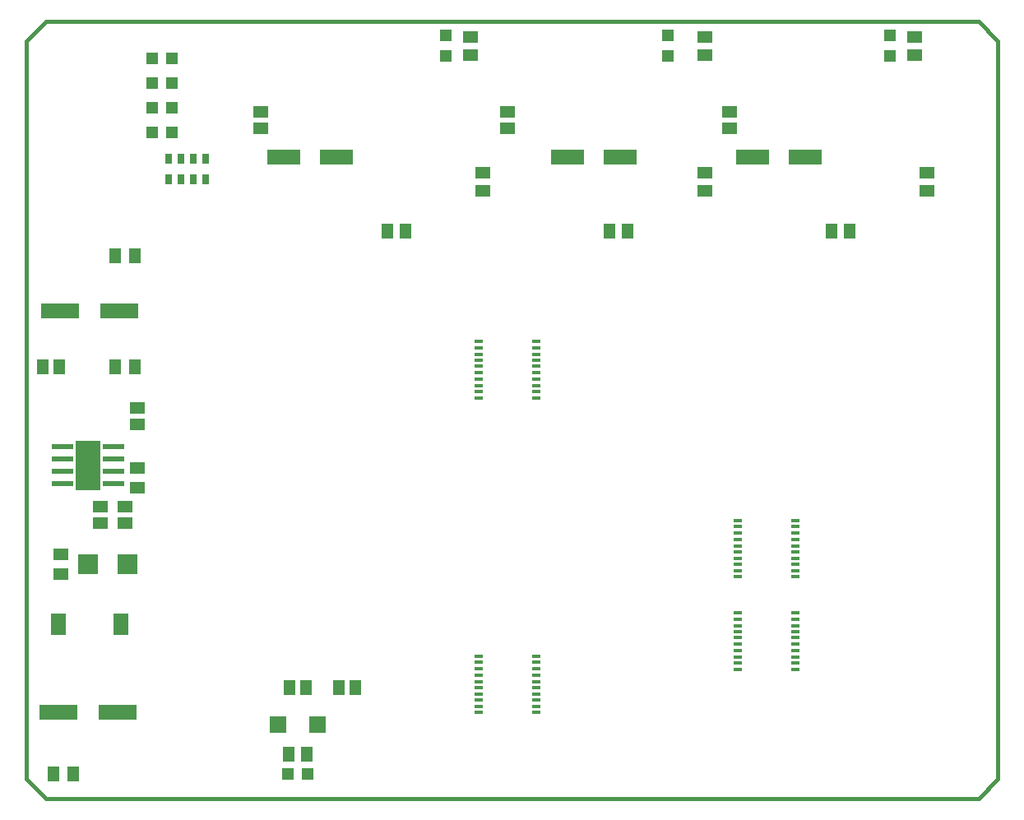
<source format=gtp>
G75*
%MOIN*%
%OFA0B0*%
%FSLAX24Y24*%
%IPPOS*%
%LPD*%
%AMOC8*
5,1,8,0,0,1.08239X$1,22.5*
%
%ADD10C,0.0160*%
%ADD11R,0.0472X0.0472*%
%ADD12R,0.0512X0.0591*%
%ADD13R,0.0591X0.0512*%
%ADD14R,0.1378X0.0630*%
%ADD15R,0.0295X0.0433*%
%ADD16R,0.0866X0.0236*%
%ADD17R,0.1000X0.2000*%
%ADD18R,0.0630X0.0512*%
%ADD19R,0.0512X0.0630*%
%ADD20R,0.1575X0.0630*%
%ADD21R,0.0630X0.0866*%
%ADD22R,0.0354X0.0138*%
%ADD23R,0.0787X0.0787*%
%ADD24R,0.0709X0.0669*%
D10*
X002180Y002467D02*
X002967Y001680D01*
X040763Y001680D01*
X041550Y002467D01*
X041550Y032389D01*
X040763Y033176D01*
X002967Y033176D01*
X002180Y032389D01*
X002180Y002467D01*
D11*
X012767Y002680D03*
X013593Y002680D03*
X008093Y028680D03*
X007267Y028680D03*
X007267Y029680D03*
X008093Y029680D03*
X008093Y030680D03*
X007267Y030680D03*
X007267Y031680D03*
X008093Y031680D03*
X019180Y031767D03*
X019180Y032593D03*
X028180Y032593D03*
X028180Y031767D03*
X037180Y031767D03*
X037180Y032593D03*
D12*
X035554Y024680D03*
X034806Y024680D03*
X026554Y024680D03*
X025806Y024680D03*
X017554Y024680D03*
X016806Y024680D03*
X003515Y019180D03*
X002845Y019180D03*
X012845Y006180D03*
X013515Y006180D03*
X014845Y006180D03*
X015515Y006180D03*
X013554Y003480D03*
X012806Y003480D03*
D13*
X006180Y012845D03*
X006180Y013515D03*
X005180Y013515D03*
X005180Y012845D03*
X006680Y016845D03*
X006680Y017515D03*
X011680Y028845D03*
X011680Y029515D03*
X020180Y031806D03*
X020180Y032554D03*
X021680Y029515D03*
X021680Y028845D03*
X020680Y027054D03*
X020680Y026306D03*
X029680Y026306D03*
X029680Y027054D03*
X030680Y028845D03*
X030680Y029515D03*
X029680Y031806D03*
X029680Y032554D03*
X038180Y032554D03*
X038180Y031806D03*
X038680Y027054D03*
X038680Y026306D03*
D14*
X033743Y027680D03*
X031617Y027680D03*
X026243Y027680D03*
X024117Y027680D03*
X014743Y027680D03*
X012617Y027680D03*
D15*
X009430Y027601D03*
X008930Y027601D03*
X008430Y027601D03*
X007930Y027601D03*
X007930Y026759D03*
X008430Y026759D03*
X008930Y026759D03*
X009430Y026759D03*
D16*
X005704Y015930D03*
X005704Y015430D03*
X005704Y014930D03*
X005704Y014430D03*
X003656Y014430D03*
X003656Y014930D03*
X003656Y015430D03*
X003656Y015930D03*
D17*
X004680Y015180D03*
D18*
X006680Y015074D03*
X006680Y014286D03*
X003580Y011574D03*
X003580Y010786D03*
D19*
X003286Y002680D03*
X004074Y002680D03*
X005786Y019180D03*
X006574Y019180D03*
X006574Y023680D03*
X005786Y023680D03*
D20*
X005932Y021444D03*
X003530Y021444D03*
X003479Y005180D03*
X005881Y005180D03*
D21*
X005999Y008731D03*
X003479Y008731D03*
D22*
X020528Y007448D03*
X020528Y007192D03*
X020528Y006936D03*
X020528Y006680D03*
X020528Y006424D03*
X020528Y006168D03*
X020528Y005912D03*
X020528Y005674D03*
X020528Y005418D03*
X020528Y005162D03*
X022832Y005162D03*
X022832Y005418D03*
X022832Y005674D03*
X022832Y005912D03*
X022832Y006168D03*
X022832Y006424D03*
X022832Y006680D03*
X022832Y006936D03*
X022832Y007192D03*
X022832Y007448D03*
X031028Y007424D03*
X031028Y007168D03*
X031028Y006912D03*
X031028Y007680D03*
X031028Y007936D03*
X031028Y008192D03*
X031028Y008448D03*
X031028Y008686D03*
X031028Y008942D03*
X031028Y009198D03*
X031028Y010662D03*
X031028Y010918D03*
X031028Y011174D03*
X031028Y011412D03*
X031028Y011668D03*
X031028Y011924D03*
X031028Y012180D03*
X031028Y012436D03*
X031028Y012692D03*
X031028Y012948D03*
X033332Y012948D03*
X033332Y012692D03*
X033332Y012436D03*
X033332Y012180D03*
X033332Y011924D03*
X033332Y011668D03*
X033332Y011412D03*
X033332Y011174D03*
X033332Y010918D03*
X033332Y010662D03*
X033332Y009198D03*
X033332Y008942D03*
X033332Y008686D03*
X033332Y008448D03*
X033332Y008192D03*
X033332Y007936D03*
X033332Y007680D03*
X033332Y007424D03*
X033332Y007168D03*
X033332Y006912D03*
X022832Y017912D03*
X022832Y018168D03*
X022832Y018424D03*
X022832Y018680D03*
X022832Y018936D03*
X022832Y019192D03*
X022832Y019448D03*
X022832Y019686D03*
X022832Y019942D03*
X022832Y020198D03*
X020528Y020198D03*
X020528Y019942D03*
X020528Y019686D03*
X020528Y019448D03*
X020528Y019192D03*
X020528Y018936D03*
X020528Y018680D03*
X020528Y018424D03*
X020528Y018168D03*
X020528Y017912D03*
D23*
X006267Y011180D03*
X004693Y011180D03*
D24*
X012373Y004680D03*
X013987Y004680D03*
M02*

</source>
